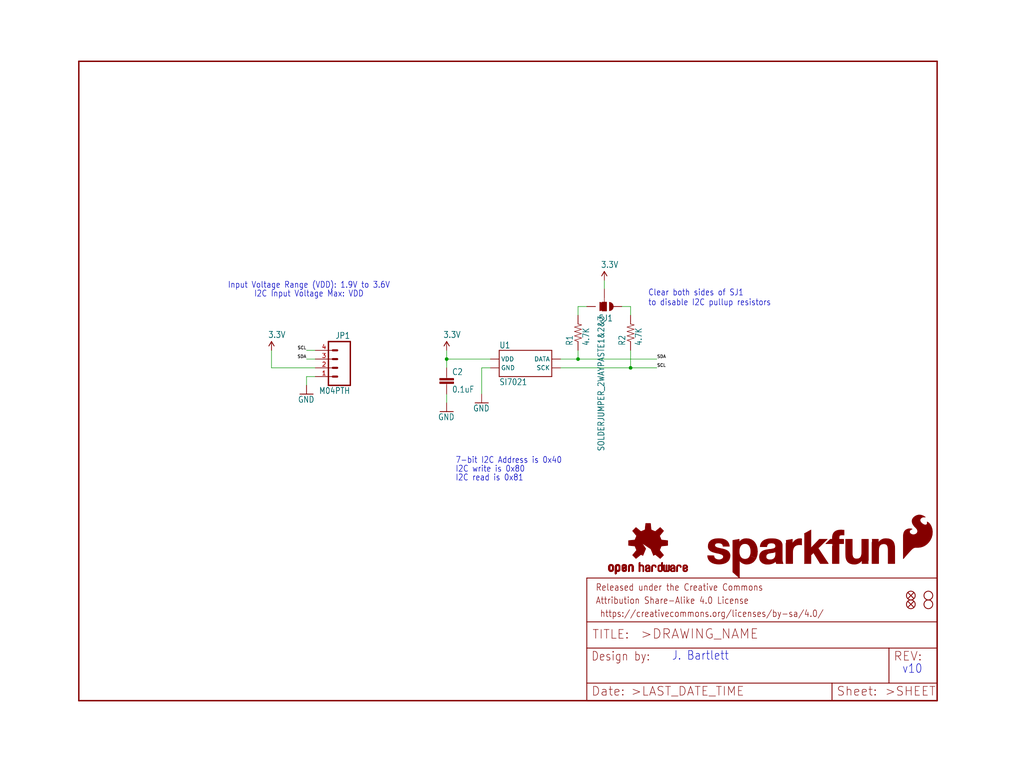
<source format=kicad_sch>
(kicad_sch (version 20211123) (generator eeschema)
  (paper "User" 297.002 223.926)
  (lib_symbols
    (symbol "schematicEagle-eagle-import:0.1UF-25V(+80{slash}-20%)(0603)"
      (property "Reference" "C" (at 1.524 2.921 0))
      (property "Value" "0.1UF-25V(+80{slash}-20%)(0603)" (at 1.524 -2.159 0))
      (symbol "0.1UF-25V(+80{slash}-20%)(0603)_1_0"
        (pin passive line (at 0 5.08 270) (length 2.54) (name "1") (number "1"))
        (pin passive line (at 0 -2.54 90) (length 2.54) (name "2") (number "2"))
      )
    )
    (symbol "schematicEagle-eagle-import:3.3V" (power)
      (property "Value" "3.3V" (at -1.016 3.556 0))
      (symbol "3.3V_1_0"
        (pin power_in line (at 0 0 90) (length 2.54) (name "3.3V") (number "1"))
      )
    )
    (symbol "schematicEagle-eagle-import:4.7KOHM-1{slash}10W-1%(0603)"
      (property "Reference" "R" (at -3.81 1.4986 0))
      (property "Value" "4.7KOHM-1{slash}10W-1%(0603)" (at -3.81 -3.302 0))
      (symbol "4.7KOHM-1{slash}10W-1%(0603)_1_0"
        (pin passive line (at -5.08 0 0) (length 2.54) (name "1") (number "1"))
        (pin passive line (at 5.08 0 180) (length 2.54) (name "2") (number "2"))
      )
    )
    (symbol "schematicEagle-eagle-import:FIDUCIALUFIDUCIAL")
    (symbol "schematicEagle-eagle-import:FRAME-LETTER"
      (symbol "FRAME-LETTER_2_0"
        (text " https://creativecommons.org/licenses/by-sa/4.0/" (at 2.54 24.13 0) (effects (font (size 1.9304 1.6408)) (justify left bottom)))
        (text ">DRAWING_NAME" (at 15.494 17.78 0) (effects (font (size 2.7432 2.7432)) (justify left bottom)))
        (text ">LAST_DATE_TIME" (at 12.7 1.27 0) (effects (font (size 2.54 2.54)) (justify left bottom)))
        (text ">SHEET" (at 86.36 1.27 0) (effects (font (size 2.54 2.54)) (justify left bottom)))
        (text "Attribution Share-Alike 4.0 License" (at 2.54 27.94 0) (effects (font (size 1.9304 1.6408)) (justify left bottom)))
        (text "Date:" (at 1.27 1.27 0) (effects (font (size 2.54 2.54)) (justify left bottom)))
        (text "Design by:" (at 1.27 11.43 0) (effects (font (size 2.54 2.159)) (justify left bottom)))
        (text "Released under the Creative Commons" (at 2.54 31.75 0) (effects (font (size 1.9304 1.6408)) (justify left bottom)))
        (text "REV:" (at 88.9 11.43 0) (effects (font (size 2.54 2.54)) (justify left bottom)))
        (text "Sheet:" (at 72.39 1.27 0) (effects (font (size 2.54 2.54)) (justify left bottom)))
        (text "TITLE:" (at 1.524 17.78 0) (effects (font (size 2.54 2.54)) (justify left bottom)))
      )
    )
    (symbol "schematicEagle-eagle-import:GND" (power)
      (property "Value" "GND" (at -2.54 -2.54 0))
      (symbol "GND_1_0"
        (pin power_in line (at 0 2.54 270) (length 2.54) (name "GND") (number "1"))
      )
    )
    (symbol "schematicEagle-eagle-import:M04PTH"
      (property "Reference" "JP" (at -5.08 8.382 0))
      (property "Value" "M04PTH" (at -5.08 -7.62 0))
      (symbol "M04PTH_1_0"
        (pin passive line (at 5.08 -2.54 180) (length 5.08) (name "1") (number "1"))
        (pin passive line (at 5.08 0 180) (length 5.08) (name "2") (number "2"))
        (pin passive line (at 5.08 2.54 180) (length 5.08) (name "3") (number "3"))
        (pin passive line (at 5.08 5.08 180) (length 5.08) (name "4") (number "4"))
      )
    )
    (symbol "schematicEagle-eagle-import:OSHW-LOGOS")
    (symbol "schematicEagle-eagle-import:SFE_LOGO_FLAME.1_INCH")
    (symbol "schematicEagle-eagle-import:SFE_LOGO_NAME.1_INCH")
    (symbol "schematicEagle-eagle-import:SI7021"
      (property "Value" "SI7021" (at -7.62 -5.08 0))
      (symbol "SI7021_1_0"
        (pin bidirectional line (at 10.16 2.54 180) (length 2.54) (name "DATA") (number "DATA"))
        (pin power_in line (at -10.16 0 0) (length 2.54) (name "GND") (number "GND"))
        (pin input line (at 10.16 0 180) (length 2.54) (name "SCK") (number "SCK"))
        (pin power_in line (at -10.16 2.54 0) (length 2.54) (name "VDD") (number "VDD"))
      )
    )
    (symbol "schematicEagle-eagle-import:SOLDERJUMPER_2WAYPASTE1&2&3"
      (property "Reference" "SJ" (at 2.54 0.381 0))
      (property "Value" "SOLDERJUMPER_2WAYPASTE1&2&3" (at 2.54 -1.905 0))
      (symbol "SOLDERJUMPER_2WAYPASTE1&2&3_1_0"
        (pin passive line (at 0 5.08 270) (length 2.54) (name "1") (number "1"))
        (pin passive line (at -5.08 0 0) (length 2.54) (name "2") (number "2"))
        (pin passive line (at 0 -5.08 90) (length 2.54) (name "3") (number "3"))
      )
    )
    (symbol "schematicEagle-eagle-import:STAND-OFF")
  )
  (junction (at 129.54 104.14))
  (junction (at 167.64 104.14))
  (junction (at 182.88 106.68))
  (wire (pts (xy 91.44 106.68) (xy 78.74 106.68)))
  (wire (pts (xy 162.56 106.68) (xy 182.88 106.68)))
  (wire (pts (xy 142.24 104.14) (xy 129.54 104.14)))
  (wire (pts (xy 129.54 106.68) (xy 129.54 104.14)))
  (wire (pts (xy 182.88 106.68) (xy 190.5 106.68)))
  (wire (pts (xy 78.74 106.68) (xy 78.74 101.6)))
  (wire (pts (xy 91.44 101.6) (xy 88.9 101.6)))
  (wire (pts (xy 88.9 111.76) (xy 88.9 109.22)))
  (wire (pts (xy 129.54 116.84) (xy 129.54 114.3)))
  (wire (pts (xy 175.26 81.28) (xy 175.26 83.82)))
  (wire (pts (xy 91.44 104.14) (xy 88.9 104.14)))
  (wire (pts (xy 88.9 109.22) (xy 91.44 109.22)))
  (wire (pts (xy 170.18 88.9) (xy 167.64 88.9)))
  (wire (pts (xy 167.64 104.14) (xy 190.5 104.14)))
  (wire (pts (xy 162.56 104.14) (xy 167.64 104.14)))
  (wire (pts (xy 182.88 106.68) (xy 182.88 101.6)))
  (wire (pts (xy 180.34 88.9) (xy 182.88 88.9)))
  (wire (pts (xy 182.88 88.9) (xy 182.88 91.44)))
  (wire (pts (xy 139.7 106.68) (xy 139.7 114.3)))
  (wire (pts (xy 167.64 104.14) (xy 167.64 101.6)))
  (wire (pts (xy 167.64 88.9) (xy 167.64 91.44)))
  (wire (pts (xy 129.54 104.14) (xy 129.54 101.6)))
  (wire (pts (xy 142.24 106.68) (xy 139.7 106.68)))
  (text "I2C write is 0x80" (at 132.08 137.16 180) (effects (font (size 1.778 1.5113)) (justify left bottom)))
  (text "Clear both sides of SJ1\nto disable I2C pullup resistors" (at 187.96 88.9 0) (effects (font (size 1.778 1.5113)) (justify left bottom)))
  (text "I2C read is 0x81" (at 132.08 139.7 180) (effects (font (size 1.778 1.5113)) (justify left bottom)))
  (text "Input Voltage Range (VDD): 1.9V to 3.6V" (at 66.04 83.82 180) (effects (font (size 1.778 1.5113)) (justify left bottom)))
  (text "I2C Input Voltage Max: VDD" (at 73.66 86.36 180) (effects (font (size 1.778 1.5113)) (justify left bottom)))
  (text "J. Bartlett" (at 194.818 191.77 180) (effects (font (size 2.54 2.159)) (justify left bottom)))
  (text "v10" (at 261.62 195.58 180) (effects (font (size 2.54 2.159)) (justify left bottom)))
  (text "7-bit I2C Address is 0x40" (at 132.08 134.62 180) (effects (font (size 1.778 1.5113)) (justify left bottom)))
  (label "SDA" (at 190.5 104.14 0) (effects (font (size 0.889 0.889))))
  (label "SCL" (at 190.5 106.68 0) (effects (font (size 0.889 0.889))))
  (label "SCL" (at 88.9 101.6 180) (effects (font (size 0.889 0.889))))
  (label "SDA" (at 88.9 104.14 180) (effects (font (size 0.889 0.889))))
  (symbol (lib_id "schematicEagle-eagle-import:GND") (at 139.7 116.84 0) (unit 1)
    (property "Reference" "#GND6" (effects hide))
    (property "Value" "GND" (at 137.16 119.38 0) (effects (font (size 1.778 1.5113)) (justify left bottom)))
    (property "Footprint" "schematicEagle:" (effects hide))
  )
  (symbol (lib_id "schematicEagle-eagle-import:OSHW-LOGOS") (at 187.96 157.48 0) (unit 1)
    (property "Reference" "LOGO2" (effects hide))
    (property "Value" "OSHW-LOGOS" (effects hide))
    (property "Footprint" "schematicEagle:OSHW-LOGO-S" (effects hide))
  )
  (symbol (lib_id "schematicEagle-eagle-import:3.3V") (at 129.54 101.6 0) (unit 1)
    (property "Reference" "#SUPPLY2" (effects hide))
    (property "Value" "3.3V" (at 128.524 98.044 0) (effects (font (size 1.778 1.5113)) (justify left bottom)))
    (property "Footprint" "schematicEagle:" (effects hide))
  )
  (symbol (lib_id "schematicEagle-eagle-import:3.3V") (at 175.26 81.28 0) (unit 1)
    (property "Reference" "#SUPPLY3" (effects hide))
    (property "Value" "3.3V" (at 174.244 77.724 0) (effects (font (size 1.778 1.5113)) (justify left bottom)))
    (property "Footprint" "schematicEagle:" (effects hide))
  )
  (symbol (lib_id "schematicEagle-eagle-import:SOLDERJUMPER_2WAYPASTE1&2&3") (at 175.26 88.9 270) (unit 1)
    (property "Reference" "SJ1" (at 177.8 91.313 90) (effects (font (size 1.778 1.5113)) (justify right top)))
    (property "Value" "SOLDERJUMPER_2WAYPASTE1&2&3" (at 173.355 91.44 0) (effects (font (size 1.778 1.5113)) (justify left bottom)))
    (property "Footprint" "schematicEagle:SJ_3_PASTE1&2&3" (effects hide))
  )
  (symbol (lib_id "schematicEagle-eagle-import:4.7KOHM-1{slash}10W-1%(0603)") (at 182.88 96.52 90) (unit 1)
    (property "Reference" "R2" (at 181.3814 100.33 0) (effects (font (size 1.778 1.5113)) (justify left bottom)))
    (property "Value" "4.7K" (at 186.182 100.33 0) (effects (font (size 1.778 1.5113)) (justify left bottom)))
    (property "Footprint" "schematicEagle:0603-RES" (effects hide))
  )
  (symbol (lib_id "schematicEagle-eagle-import:GND") (at 88.9 114.3 0) (unit 1)
    (property "Reference" "#GND2" (effects hide))
    (property "Value" "GND" (at 86.36 116.84 0) (effects (font (size 1.778 1.5113)) (justify left bottom)))
    (property "Footprint" "schematicEagle:" (effects hide))
  )
  (symbol (lib_id "schematicEagle-eagle-import:FRAME-LETTER") (at 22.86 203.2 0) (unit 1)
    (property "Reference" "FRAME2" (effects hide))
    (property "Value" "FRAME-LETTER" (effects hide))
    (property "Footprint" "schematicEagle:CREATIVE_COMMONS" (effects hide))
  )
  (symbol (lib_id "schematicEagle-eagle-import:SFE_LOGO_NAME.1_INCH") (at 203.2 167.64 0) (unit 1)
    (property "Reference" "LOGO4" (effects hide))
    (property "Value" "SFE_LOGO_NAME.1_INCH" (effects hide))
    (property "Footprint" "schematicEagle:SFE_LOGO_NAME_.1" (effects hide))
  )
  (symbol (lib_id "schematicEagle-eagle-import:GND") (at 129.54 119.38 0) (unit 1)
    (property "Reference" "#GND5" (effects hide))
    (property "Value" "GND" (at 127 121.92 0) (effects (font (size 1.778 1.5113)) (justify left bottom)))
    (property "Footprint" "schematicEagle:" (effects hide))
  )
  (symbol (lib_id "schematicEagle-eagle-import:FIDUCIALUFIDUCIAL") (at 264.16 175.26 0) (unit 1)
    (property "Reference" "JP4" (effects hide))
    (property "Value" "FIDUCIALUFIDUCIAL" (effects hide))
    (property "Footprint" "schematicEagle:MICRO-FIDUCIAL" (effects hide))
  )
  (symbol (lib_id "schematicEagle-eagle-import:3.3V") (at 78.74 101.6 0) (unit 1)
    (property "Reference" "#SUPPLY1" (effects hide))
    (property "Value" "3.3V" (at 77.724 98.044 0) (effects (font (size 1.778 1.5113)) (justify left bottom)))
    (property "Footprint" "schematicEagle:" (effects hide))
  )
  (symbol (lib_id "schematicEagle-eagle-import:4.7KOHM-1{slash}10W-1%(0603)") (at 167.64 96.52 90) (unit 1)
    (property "Reference" "R1" (at 166.1414 100.33 0) (effects (font (size 1.778 1.5113)) (justify left bottom)))
    (property "Value" "4.7K" (at 170.942 100.33 0) (effects (font (size 1.778 1.5113)) (justify left bottom)))
    (property "Footprint" "schematicEagle:0603-RES" (effects hide))
  )
  (symbol (lib_id "schematicEagle-eagle-import:0.1UF-25V(+80{slash}-20%)(0603)") (at 129.54 111.76 0) (unit 1)
    (property "Reference" "C2" (at 131.064 108.839 0) (effects (font (size 1.778 1.5113)) (justify left bottom)))
    (property "Value" "0.1uF" (at 131.064 113.919 0) (effects (font (size 1.778 1.5113)) (justify left bottom)))
    (property "Footprint" "schematicEagle:0603-CAP" (effects hide))
  )
  (symbol (lib_id "schematicEagle-eagle-import:SFE_LOGO_FLAME.1_INCH") (at 261.62 162.56 0) (unit 1)
    (property "Reference" "LOGO3" (effects hide))
    (property "Value" "SFE_LOGO_FLAME.1_INCH" (effects hide))
    (property "Footprint" "schematicEagle:SFE_LOGO_FLAME_.1" (effects hide))
  )
  (symbol (lib_id "schematicEagle-eagle-import:FRAME-LETTER") (at 170.18 203.2 0) (unit 2)
    (property "Reference" "FRAME2" (effects hide))
    (property "Value" "FRAME-LETTER" (effects hide))
    (property "Footprint" "schematicEagle:CREATIVE_COMMONS" (effects hide))
  )
  (symbol (lib_id "schematicEagle-eagle-import:STAND-OFF") (at 269.24 175.26 0) (unit 1)
    (property "Reference" "STANDOFF1" (effects hide))
    (property "Value" "STAND-OFF" (effects hide))
    (property "Footprint" "schematicEagle:STAND-OFF" (effects hide))
  )
  (symbol (lib_id "schematicEagle-eagle-import:STAND-OFF") (at 269.24 172.72 0) (unit 1)
    (property "Reference" "STANDOFF2" (effects hide))
    (property "Value" "STAND-OFF" (effects hide))
    (property "Footprint" "schematicEagle:STAND-OFF" (effects hide))
  )
  (symbol (lib_id "schematicEagle-eagle-import:M04PTH") (at 96.52 106.68 0) (mirror y) (unit 1)
    (property "Reference" "JP1" (at 101.6 98.298 0) (effects (font (size 1.778 1.5113)) (justify left bottom)))
    (property "Value" "M04PTH" (at 101.6 114.3 0) (effects (font (size 1.778 1.5113)) (justify left bottom)))
    (property "Footprint" "schematicEagle:1X04" (effects hide))
  )
  (symbol (lib_id "schematicEagle-eagle-import:FIDUCIALUFIDUCIAL") (at 264.16 172.72 0) (unit 1)
    (property "Reference" "JP3" (effects hide))
    (property "Value" "FIDUCIALUFIDUCIAL" (effects hide))
    (property "Footprint" "schematicEagle:MICRO-FIDUCIAL" (effects hide))
  )
  (symbol (lib_id "schematicEagle-eagle-import:SI7021") (at 152.4 106.68 0) (unit 1)
    (property "Reference" "U1" (at 144.78 101.092 0) (effects (font (size 1.778 1.5113)) (justify left bottom)))
    (property "Value" "SI7021" (at 144.78 111.76 0) (effects (font (size 1.778 1.5113)) (justify left bottom)))
    (property "Footprint" "schematicEagle:SI7021" (effects hide))
  )
)
</source>
